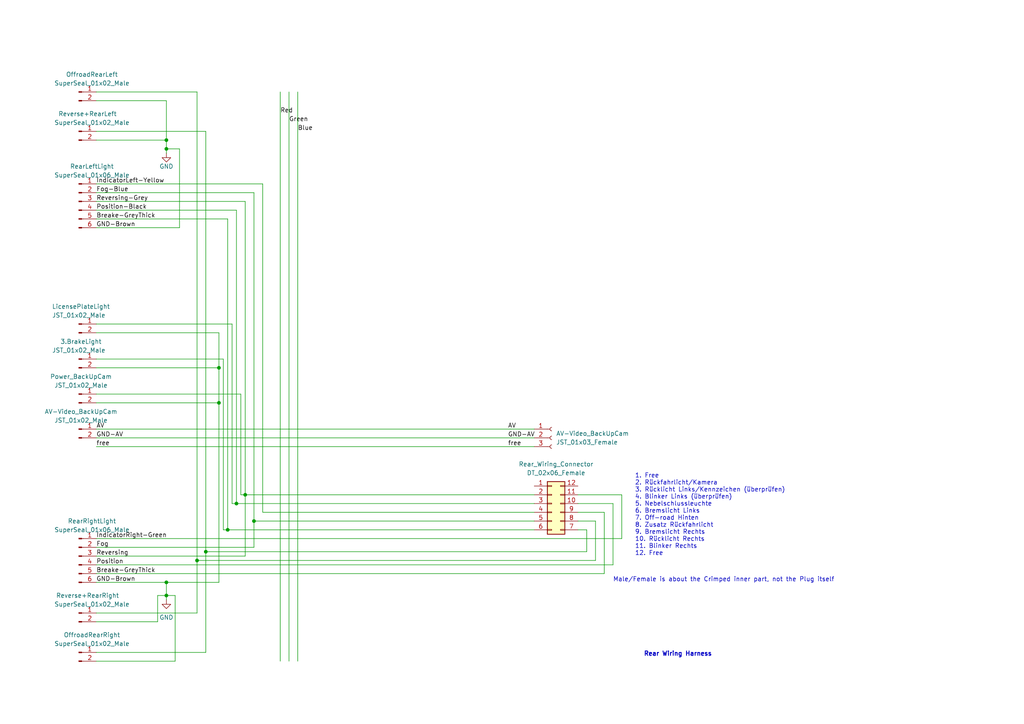
<source format=kicad_sch>
(kicad_sch
	(version 20250114)
	(generator "eeschema")
	(generator_version "9.0")
	(uuid "fb5c3fc8-0716-4f8d-bffb-d0702b025ae2")
	(paper "A4")
	(lib_symbols
		(symbol "Connector:Conn_01x02_Male"
			(pin_names
				(offset 1.016)
				(hide yes)
			)
			(exclude_from_sim no)
			(in_bom yes)
			(on_board yes)
			(property "Reference" "J"
				(at 0 2.54 0)
				(effects
					(font
						(size 1.27 1.27)
					)
				)
			)
			(property "Value" "Conn_01x02_Male"
				(at 0 -5.08 0)
				(effects
					(font
						(size 1.27 1.27)
					)
				)
			)
			(property "Footprint" ""
				(at 0 0 0)
				(effects
					(font
						(size 1.27 1.27)
					)
					(hide yes)
				)
			)
			(property "Datasheet" "~"
				(at 0 0 0)
				(effects
					(font
						(size 1.27 1.27)
					)
					(hide yes)
				)
			)
			(property "Description" "Generic connector, single row, 01x02, script generated (kicad-library-utils/schlib/autogen/connector/)"
				(at 0 0 0)
				(effects
					(font
						(size 1.27 1.27)
					)
					(hide yes)
				)
			)
			(property "ki_keywords" "connector"
				(at 0 0 0)
				(effects
					(font
						(size 1.27 1.27)
					)
					(hide yes)
				)
			)
			(property "ki_fp_filters" "Connector*:*_1x??_*"
				(at 0 0 0)
				(effects
					(font
						(size 1.27 1.27)
					)
					(hide yes)
				)
			)
			(symbol "Conn_01x02_Male_1_1"
				(rectangle
					(start 0.8636 0.127)
					(end 0 -0.127)
					(stroke
						(width 0.1524)
						(type default)
					)
					(fill
						(type outline)
					)
				)
				(rectangle
					(start 0.8636 -2.413)
					(end 0 -2.667)
					(stroke
						(width 0.1524)
						(type default)
					)
					(fill
						(type outline)
					)
				)
				(polyline
					(pts
						(xy 1.27 0) (xy 0.8636 0)
					)
					(stroke
						(width 0.1524)
						(type default)
					)
					(fill
						(type none)
					)
				)
				(polyline
					(pts
						(xy 1.27 -2.54) (xy 0.8636 -2.54)
					)
					(stroke
						(width 0.1524)
						(type default)
					)
					(fill
						(type none)
					)
				)
				(pin passive line
					(at 5.08 0 180)
					(length 3.81)
					(name "Pin_1"
						(effects
							(font
								(size 1.27 1.27)
							)
						)
					)
					(number "1"
						(effects
							(font
								(size 1.27 1.27)
							)
						)
					)
				)
				(pin passive line
					(at 5.08 -2.54 180)
					(length 3.81)
					(name "Pin_2"
						(effects
							(font
								(size 1.27 1.27)
							)
						)
					)
					(number "2"
						(effects
							(font
								(size 1.27 1.27)
							)
						)
					)
				)
			)
			(embedded_fonts no)
		)
		(symbol "Connector:Conn_01x03_Female"
			(pin_names
				(offset 1.016)
				(hide yes)
			)
			(exclude_from_sim no)
			(in_bom yes)
			(on_board yes)
			(property "Reference" "J"
				(at 0 5.08 0)
				(effects
					(font
						(size 1.27 1.27)
					)
				)
			)
			(property "Value" "Conn_01x03_Female"
				(at 0 -5.08 0)
				(effects
					(font
						(size 1.27 1.27)
					)
				)
			)
			(property "Footprint" ""
				(at 0 0 0)
				(effects
					(font
						(size 1.27 1.27)
					)
					(hide yes)
				)
			)
			(property "Datasheet" "~"
				(at 0 0 0)
				(effects
					(font
						(size 1.27 1.27)
					)
					(hide yes)
				)
			)
			(property "Description" "Generic connector, single row, 01x03, script generated (kicad-library-utils/schlib/autogen/connector/)"
				(at 0 0 0)
				(effects
					(font
						(size 1.27 1.27)
					)
					(hide yes)
				)
			)
			(property "ki_keywords" "connector"
				(at 0 0 0)
				(effects
					(font
						(size 1.27 1.27)
					)
					(hide yes)
				)
			)
			(property "ki_fp_filters" "Connector*:*_1x??_*"
				(at 0 0 0)
				(effects
					(font
						(size 1.27 1.27)
					)
					(hide yes)
				)
			)
			(symbol "Conn_01x03_Female_1_1"
				(polyline
					(pts
						(xy -1.27 2.54) (xy -0.508 2.54)
					)
					(stroke
						(width 0.1524)
						(type default)
					)
					(fill
						(type none)
					)
				)
				(polyline
					(pts
						(xy -1.27 0) (xy -0.508 0)
					)
					(stroke
						(width 0.1524)
						(type default)
					)
					(fill
						(type none)
					)
				)
				(polyline
					(pts
						(xy -1.27 -2.54) (xy -0.508 -2.54)
					)
					(stroke
						(width 0.1524)
						(type default)
					)
					(fill
						(type none)
					)
				)
				(arc
					(start 0 2.032)
					(mid -0.5058 2.54)
					(end 0 3.048)
					(stroke
						(width 0.1524)
						(type default)
					)
					(fill
						(type none)
					)
				)
				(arc
					(start 0 -0.508)
					(mid -0.5058 0)
					(end 0 0.508)
					(stroke
						(width 0.1524)
						(type default)
					)
					(fill
						(type none)
					)
				)
				(arc
					(start 0 -3.048)
					(mid -0.5058 -2.54)
					(end 0 -2.032)
					(stroke
						(width 0.1524)
						(type default)
					)
					(fill
						(type none)
					)
				)
				(pin passive line
					(at -5.08 2.54 0)
					(length 3.81)
					(name "Pin_1"
						(effects
							(font
								(size 1.27 1.27)
							)
						)
					)
					(number "1"
						(effects
							(font
								(size 1.27 1.27)
							)
						)
					)
				)
				(pin passive line
					(at -5.08 0 0)
					(length 3.81)
					(name "Pin_2"
						(effects
							(font
								(size 1.27 1.27)
							)
						)
					)
					(number "2"
						(effects
							(font
								(size 1.27 1.27)
							)
						)
					)
				)
				(pin passive line
					(at -5.08 -2.54 0)
					(length 3.81)
					(name "Pin_3"
						(effects
							(font
								(size 1.27 1.27)
							)
						)
					)
					(number "3"
						(effects
							(font
								(size 1.27 1.27)
							)
						)
					)
				)
			)
			(embedded_fonts no)
		)
		(symbol "Connector:Conn_01x06_Male"
			(pin_names
				(offset 1.016)
				(hide yes)
			)
			(exclude_from_sim no)
			(in_bom yes)
			(on_board yes)
			(property "Reference" "J"
				(at 0 7.62 0)
				(effects
					(font
						(size 1.27 1.27)
					)
				)
			)
			(property "Value" "Conn_01x06_Male"
				(at 0 -10.16 0)
				(effects
					(font
						(size 1.27 1.27)
					)
				)
			)
			(property "Footprint" ""
				(at 0 0 0)
				(effects
					(font
						(size 1.27 1.27)
					)
					(hide yes)
				)
			)
			(property "Datasheet" "~"
				(at 0 0 0)
				(effects
					(font
						(size 1.27 1.27)
					)
					(hide yes)
				)
			)
			(property "Description" "Generic connector, single row, 01x06, script generated (kicad-library-utils/schlib/autogen/connector/)"
				(at 0 0 0)
				(effects
					(font
						(size 1.27 1.27)
					)
					(hide yes)
				)
			)
			(property "ki_keywords" "connector"
				(at 0 0 0)
				(effects
					(font
						(size 1.27 1.27)
					)
					(hide yes)
				)
			)
			(property "ki_fp_filters" "Connector*:*_1x??_*"
				(at 0 0 0)
				(effects
					(font
						(size 1.27 1.27)
					)
					(hide yes)
				)
			)
			(symbol "Conn_01x06_Male_1_1"
				(rectangle
					(start 0.8636 5.207)
					(end 0 4.953)
					(stroke
						(width 0.1524)
						(type default)
					)
					(fill
						(type outline)
					)
				)
				(rectangle
					(start 0.8636 2.667)
					(end 0 2.413)
					(stroke
						(width 0.1524)
						(type default)
					)
					(fill
						(type outline)
					)
				)
				(rectangle
					(start 0.8636 0.127)
					(end 0 -0.127)
					(stroke
						(width 0.1524)
						(type default)
					)
					(fill
						(type outline)
					)
				)
				(rectangle
					(start 0.8636 -2.413)
					(end 0 -2.667)
					(stroke
						(width 0.1524)
						(type default)
					)
					(fill
						(type outline)
					)
				)
				(rectangle
					(start 0.8636 -4.953)
					(end 0 -5.207)
					(stroke
						(width 0.1524)
						(type default)
					)
					(fill
						(type outline)
					)
				)
				(rectangle
					(start 0.8636 -7.493)
					(end 0 -7.747)
					(stroke
						(width 0.1524)
						(type default)
					)
					(fill
						(type outline)
					)
				)
				(polyline
					(pts
						(xy 1.27 5.08) (xy 0.8636 5.08)
					)
					(stroke
						(width 0.1524)
						(type default)
					)
					(fill
						(type none)
					)
				)
				(polyline
					(pts
						(xy 1.27 2.54) (xy 0.8636 2.54)
					)
					(stroke
						(width 0.1524)
						(type default)
					)
					(fill
						(type none)
					)
				)
				(polyline
					(pts
						(xy 1.27 0) (xy 0.8636 0)
					)
					(stroke
						(width 0.1524)
						(type default)
					)
					(fill
						(type none)
					)
				)
				(polyline
					(pts
						(xy 1.27 -2.54) (xy 0.8636 -2.54)
					)
					(stroke
						(width 0.1524)
						(type default)
					)
					(fill
						(type none)
					)
				)
				(polyline
					(pts
						(xy 1.27 -5.08) (xy 0.8636 -5.08)
					)
					(stroke
						(width 0.1524)
						(type default)
					)
					(fill
						(type none)
					)
				)
				(polyline
					(pts
						(xy 1.27 -7.62) (xy 0.8636 -7.62)
					)
					(stroke
						(width 0.1524)
						(type default)
					)
					(fill
						(type none)
					)
				)
				(pin passive line
					(at 5.08 5.08 180)
					(length 3.81)
					(name "Pin_1"
						(effects
							(font
								(size 1.27 1.27)
							)
						)
					)
					(number "1"
						(effects
							(font
								(size 1.27 1.27)
							)
						)
					)
				)
				(pin passive line
					(at 5.08 2.54 180)
					(length 3.81)
					(name "Pin_2"
						(effects
							(font
								(size 1.27 1.27)
							)
						)
					)
					(number "2"
						(effects
							(font
								(size 1.27 1.27)
							)
						)
					)
				)
				(pin passive line
					(at 5.08 0 180)
					(length 3.81)
					(name "Pin_3"
						(effects
							(font
								(size 1.27 1.27)
							)
						)
					)
					(number "3"
						(effects
							(font
								(size 1.27 1.27)
							)
						)
					)
				)
				(pin passive line
					(at 5.08 -2.54 180)
					(length 3.81)
					(name "Pin_4"
						(effects
							(font
								(size 1.27 1.27)
							)
						)
					)
					(number "4"
						(effects
							(font
								(size 1.27 1.27)
							)
						)
					)
				)
				(pin passive line
					(at 5.08 -5.08 180)
					(length 3.81)
					(name "Pin_5"
						(effects
							(font
								(size 1.27 1.27)
							)
						)
					)
					(number "5"
						(effects
							(font
								(size 1.27 1.27)
							)
						)
					)
				)
				(pin passive line
					(at 5.08 -7.62 180)
					(length 3.81)
					(name "Pin_6"
						(effects
							(font
								(size 1.27 1.27)
							)
						)
					)
					(number "6"
						(effects
							(font
								(size 1.27 1.27)
							)
						)
					)
				)
			)
			(embedded_fonts no)
		)
		(symbol "Connector_Generic:Conn_02x06_Counter_Clockwise"
			(pin_names
				(offset 1.016)
				(hide yes)
			)
			(exclude_from_sim no)
			(in_bom yes)
			(on_board yes)
			(property "Reference" "J"
				(at 1.27 7.62 0)
				(effects
					(font
						(size 1.27 1.27)
					)
				)
			)
			(property "Value" "Conn_02x06_Counter_Clockwise"
				(at 1.27 -10.16 0)
				(effects
					(font
						(size 1.27 1.27)
					)
				)
			)
			(property "Footprint" ""
				(at 0 0 0)
				(effects
					(font
						(size 1.27 1.27)
					)
					(hide yes)
				)
			)
			(property "Datasheet" "~"
				(at 0 0 0)
				(effects
					(font
						(size 1.27 1.27)
					)
					(hide yes)
				)
			)
			(property "Description" "Generic connector, double row, 02x06, counter clockwise pin numbering scheme (similar to DIP packge numbering), script generated (kicad-library-utils/schlib/autogen/connector/)"
				(at 0 0 0)
				(effects
					(font
						(size 1.27 1.27)
					)
					(hide yes)
				)
			)
			(property "ki_keywords" "connector"
				(at 0 0 0)
				(effects
					(font
						(size 1.27 1.27)
					)
					(hide yes)
				)
			)
			(property "ki_fp_filters" "Connector*:*_2x??_*"
				(at 0 0 0)
				(effects
					(font
						(size 1.27 1.27)
					)
					(hide yes)
				)
			)
			(symbol "Conn_02x06_Counter_Clockwise_1_1"
				(rectangle
					(start -1.27 6.35)
					(end 3.81 -8.89)
					(stroke
						(width 0.254)
						(type default)
					)
					(fill
						(type background)
					)
				)
				(rectangle
					(start -1.27 5.207)
					(end 0 4.953)
					(stroke
						(width 0.1524)
						(type default)
					)
					(fill
						(type none)
					)
				)
				(rectangle
					(start -1.27 2.667)
					(end 0 2.413)
					(stroke
						(width 0.1524)
						(type default)
					)
					(fill
						(type none)
					)
				)
				(rectangle
					(start -1.27 0.127)
					(end 0 -0.127)
					(stroke
						(width 0.1524)
						(type default)
					)
					(fill
						(type none)
					)
				)
				(rectangle
					(start -1.27 -2.413)
					(end 0 -2.667)
					(stroke
						(width 0.1524)
						(type default)
					)
					(fill
						(type none)
					)
				)
				(rectangle
					(start -1.27 -4.953)
					(end 0 -5.207)
					(stroke
						(width 0.1524)
						(type default)
					)
					(fill
						(type none)
					)
				)
				(rectangle
					(start -1.27 -7.493)
					(end 0 -7.747)
					(stroke
						(width 0.1524)
						(type default)
					)
					(fill
						(type none)
					)
				)
				(rectangle
					(start 3.81 5.207)
					(end 2.54 4.953)
					(stroke
						(width 0.1524)
						(type default)
					)
					(fill
						(type none)
					)
				)
				(rectangle
					(start 3.81 2.667)
					(end 2.54 2.413)
					(stroke
						(width 0.1524)
						(type default)
					)
					(fill
						(type none)
					)
				)
				(rectangle
					(start 3.81 0.127)
					(end 2.54 -0.127)
					(stroke
						(width 0.1524)
						(type default)
					)
					(fill
						(type none)
					)
				)
				(rectangle
					(start 3.81 -2.413)
					(end 2.54 -2.667)
					(stroke
						(width 0.1524)
						(type default)
					)
					(fill
						(type none)
					)
				)
				(rectangle
					(start 3.81 -4.953)
					(end 2.54 -5.207)
					(stroke
						(width 0.1524)
						(type default)
					)
					(fill
						(type none)
					)
				)
				(rectangle
					(start 3.81 -7.493)
					(end 2.54 -7.747)
					(stroke
						(width 0.1524)
						(type default)
					)
					(fill
						(type none)
					)
				)
				(pin passive line
					(at -5.08 5.08 0)
					(length 3.81)
					(name "Pin_1"
						(effects
							(font
								(size 1.27 1.27)
							)
						)
					)
					(number "1"
						(effects
							(font
								(size 1.27 1.27)
							)
						)
					)
				)
				(pin passive line
					(at -5.08 2.54 0)
					(length 3.81)
					(name "Pin_2"
						(effects
							(font
								(size 1.27 1.27)
							)
						)
					)
					(number "2"
						(effects
							(font
								(size 1.27 1.27)
							)
						)
					)
				)
				(pin passive line
					(at -5.08 0 0)
					(length 3.81)
					(name "Pin_3"
						(effects
							(font
								(size 1.27 1.27)
							)
						)
					)
					(number "3"
						(effects
							(font
								(size 1.27 1.27)
							)
						)
					)
				)
				(pin passive line
					(at -5.08 -2.54 0)
					(length 3.81)
					(name "Pin_4"
						(effects
							(font
								(size 1.27 1.27)
							)
						)
					)
					(number "4"
						(effects
							(font
								(size 1.27 1.27)
							)
						)
					)
				)
				(pin passive line
					(at -5.08 -5.08 0)
					(length 3.81)
					(name "Pin_5"
						(effects
							(font
								(size 1.27 1.27)
							)
						)
					)
					(number "5"
						(effects
							(font
								(size 1.27 1.27)
							)
						)
					)
				)
				(pin passive line
					(at -5.08 -7.62 0)
					(length 3.81)
					(name "Pin_6"
						(effects
							(font
								(size 1.27 1.27)
							)
						)
					)
					(number "6"
						(effects
							(font
								(size 1.27 1.27)
							)
						)
					)
				)
				(pin passive line
					(at 7.62 5.08 180)
					(length 3.81)
					(name "Pin_12"
						(effects
							(font
								(size 1.27 1.27)
							)
						)
					)
					(number "12"
						(effects
							(font
								(size 1.27 1.27)
							)
						)
					)
				)
				(pin passive line
					(at 7.62 2.54 180)
					(length 3.81)
					(name "Pin_11"
						(effects
							(font
								(size 1.27 1.27)
							)
						)
					)
					(number "11"
						(effects
							(font
								(size 1.27 1.27)
							)
						)
					)
				)
				(pin passive line
					(at 7.62 0 180)
					(length 3.81)
					(name "Pin_10"
						(effects
							(font
								(size 1.27 1.27)
							)
						)
					)
					(number "10"
						(effects
							(font
								(size 1.27 1.27)
							)
						)
					)
				)
				(pin passive line
					(at 7.62 -2.54 180)
					(length 3.81)
					(name "Pin_9"
						(effects
							(font
								(size 1.27 1.27)
							)
						)
					)
					(number "9"
						(effects
							(font
								(size 1.27 1.27)
							)
						)
					)
				)
				(pin passive line
					(at 7.62 -5.08 180)
					(length 3.81)
					(name "Pin_8"
						(effects
							(font
								(size 1.27 1.27)
							)
						)
					)
					(number "8"
						(effects
							(font
								(size 1.27 1.27)
							)
						)
					)
				)
				(pin passive line
					(at 7.62 -7.62 180)
					(length 3.81)
					(name "Pin_7"
						(effects
							(font
								(size 1.27 1.27)
							)
						)
					)
					(number "7"
						(effects
							(font
								(size 1.27 1.27)
							)
						)
					)
				)
			)
			(embedded_fonts no)
		)
		(symbol "power:GND"
			(power)
			(pin_names
				(offset 0)
			)
			(exclude_from_sim no)
			(in_bom yes)
			(on_board yes)
			(property "Reference" "#PWR"
				(at 0 -6.35 0)
				(effects
					(font
						(size 1.27 1.27)
					)
					(hide yes)
				)
			)
			(property "Value" "GND"
				(at 0 -3.81 0)
				(effects
					(font
						(size 1.27 1.27)
					)
				)
			)
			(property "Footprint" ""
				(at 0 0 0)
				(effects
					(font
						(size 1.27 1.27)
					)
					(hide yes)
				)
			)
			(property "Datasheet" ""
				(at 0 0 0)
				(effects
					(font
						(size 1.27 1.27)
					)
					(hide yes)
				)
			)
			(property "Description" "Power symbol creates a global label with name \"GND\" , ground"
				(at 0 0 0)
				(effects
					(font
						(size 1.27 1.27)
					)
					(hide yes)
				)
			)
			(property "ki_keywords" "power-flag"
				(at 0 0 0)
				(effects
					(font
						(size 1.27 1.27)
					)
					(hide yes)
				)
			)
			(symbol "GND_0_1"
				(polyline
					(pts
						(xy 0 0) (xy 0 -1.27) (xy 1.27 -1.27) (xy 0 -2.54) (xy -1.27 -1.27) (xy 0 -1.27)
					)
					(stroke
						(width 0)
						(type default)
					)
					(fill
						(type none)
					)
				)
			)
			(symbol "GND_1_1"
				(pin power_in line
					(at 0 0 270)
					(length 0)
					(hide yes)
					(name "GND"
						(effects
							(font
								(size 1.27 1.27)
							)
						)
					)
					(number "1"
						(effects
							(font
								(size 1.27 1.27)
							)
						)
					)
				)
			)
			(embedded_fonts no)
		)
	)
	(text "Male/Female is about the Crimped inner part, not the Plug itself"
		(exclude_from_sim no)
		(at 177.8 168.91 0)
		(effects
			(font
				(size 1.27 1.27)
			)
			(justify left bottom)
		)
		(uuid "3e67ffe3-ee37-48af-8a30-155fdf56275c")
	)
	(text "1. Free\n2. Rückfahrlicht/Kamera\n3. Rücklicht Links/Kennzeichen (überprüfen)\n4. Blinker Links (überprüfen)\n5. Nebelschlussleuchte\n6. Bremslicht Links\n7. Off-road Hinten\n8. Zusatz Rückfahrlicht\n9. Bremslicht Rechts\n10. Rücklicht Rechts\n11. Blinker Rechts\n12. Free"
		(exclude_from_sim no)
		(at 184.15 161.29 0)
		(effects
			(font
				(size 1.27 1.27)
			)
			(justify left bottom)
		)
		(uuid "9fa1d047-bccb-4685-8dda-595c343fcb4b")
	)
	(text "Rear Wiring Harness\n"
		(exclude_from_sim no)
		(at 186.69 190.5 0)
		(effects
			(font
				(size 1.27 1.27)
				(thickness 0.254)
				(bold yes)
			)
			(justify left bottom)
		)
		(uuid "c536feb3-5b7d-4ca2-bf64-956f2c9a3cb8")
	)
	(junction
		(at 48.26 43.18)
		(diameter 0)
		(color 0 0 0 0)
		(uuid "19812eed-407b-4495-b49a-79aefd7c016e")
	)
	(junction
		(at 48.26 40.64)
		(diameter 0)
		(color 0 0 0 0)
		(uuid "2228579e-809f-4702-ada8-b2b2b17fb309")
	)
	(junction
		(at 57.15 162.56)
		(diameter 0)
		(color 0 0 0 0)
		(uuid "32596703-4343-499c-b5b8-349dffff444b")
	)
	(junction
		(at 48.26 172.72)
		(diameter 0)
		(color 0 0 0 0)
		(uuid "34ac995f-78ba-45a4-a52c-e9102afdebe7")
	)
	(junction
		(at 63.5 106.68)
		(diameter 0)
		(color 0 0 0 0)
		(uuid "3fb12974-8b0e-4781-9d6a-98b049415003")
	)
	(junction
		(at 68.58 146.05)
		(diameter 0)
		(color 0 0 0 0)
		(uuid "4ce3171f-97a0-4034-b4a7-50bb1270d81c")
	)
	(junction
		(at 63.5 116.84)
		(diameter 0)
		(color 0 0 0 0)
		(uuid "70af3db1-da39-4b5d-880e-009f66247705")
	)
	(junction
		(at 48.26 168.91)
		(diameter 0)
		(color 0 0 0 0)
		(uuid "8f5fd02d-f5e5-4a0b-ae56-6759718f1586")
	)
	(junction
		(at 66.04 153.67)
		(diameter 0)
		(color 0 0 0 0)
		(uuid "9ba83666-ff1e-49a1-9b4e-c0a1c72c248a")
	)
	(junction
		(at 73.66 151.13)
		(diameter 0)
		(color 0 0 0 0)
		(uuid "a839883c-1cc6-42fd-a2e3-ce0377e415c3")
	)
	(junction
		(at 71.12 143.51)
		(diameter 0)
		(color 0 0 0 0)
		(uuid "ae06079d-9095-426e-81bc-539ae35354af")
	)
	(junction
		(at 59.69 160.02)
		(diameter 0)
		(color 0 0 0 0)
		(uuid "d2332004-041e-4109-a688-cf07d03c695b")
	)
	(wire
		(pts
			(xy 27.94 58.42) (xy 71.12 58.42)
		)
		(stroke
			(width 0)
			(type default)
		)
		(uuid "0d6bc837-3317-4865-9704-dcac3ab7cbbc")
	)
	(wire
		(pts
			(xy 68.58 60.96) (xy 68.58 146.05)
		)
		(stroke
			(width 0)
			(type default)
		)
		(uuid "0f894196-5c4c-44e0-b523-f2b216c0e415")
	)
	(wire
		(pts
			(xy 71.12 58.42) (xy 71.12 143.51)
		)
		(stroke
			(width 0)
			(type default)
		)
		(uuid "13fa3df1-f8e3-41e5-b8fc-dd2960bde7c8")
	)
	(wire
		(pts
			(xy 27.94 116.84) (xy 63.5 116.84)
		)
		(stroke
			(width 0)
			(type default)
		)
		(uuid "149a242c-287b-455d-8f38-24e3376da69b")
	)
	(wire
		(pts
			(xy 27.94 189.23) (xy 59.69 189.23)
		)
		(stroke
			(width 0)
			(type default)
		)
		(uuid "16d27816-b39f-469a-88ed-bb62e5d9379b")
	)
	(wire
		(pts
			(xy 27.94 180.34) (xy 45.72 180.34)
		)
		(stroke
			(width 0)
			(type default)
		)
		(uuid "17fa5b73-ade0-4676-a41a-a3afb427649a")
	)
	(wire
		(pts
			(xy 27.94 114.3) (xy 69.85 114.3)
		)
		(stroke
			(width 0)
			(type default)
		)
		(uuid "18d39e90-ae8c-4a03-ac5b-5393eeeff947")
	)
	(wire
		(pts
			(xy 27.94 53.34) (xy 76.2 53.34)
		)
		(stroke
			(width 0)
			(type default)
		)
		(uuid "1a7067a4-c060-4a96-80a5-8be5b81dbac7")
	)
	(wire
		(pts
			(xy 180.34 156.21) (xy 180.34 143.51)
		)
		(stroke
			(width 0)
			(type default)
		)
		(uuid "1f5a25ac-2b41-4b52-9ae4-0184bdb169e5")
	)
	(wire
		(pts
			(xy 50.8 191.77) (xy 50.8 172.72)
		)
		(stroke
			(width 0)
			(type default)
		)
		(uuid "2211f55d-b631-48c1-8511-c6b7d3e7ed27")
	)
	(wire
		(pts
			(xy 27.94 166.37) (xy 175.26 166.37)
		)
		(stroke
			(width 0)
			(type default)
		)
		(uuid "242bfe66-358d-4776-8c14-4f9513ea3980")
	)
	(wire
		(pts
			(xy 69.85 114.3) (xy 69.85 143.51)
		)
		(stroke
			(width 0)
			(type default)
		)
		(uuid "250d727c-511c-4905-9bed-06f4efdc706d")
	)
	(wire
		(pts
			(xy 63.5 116.84) (xy 63.5 168.91)
		)
		(stroke
			(width 0)
			(type default)
		)
		(uuid "26c38955-80a2-456f-8ae0-a5ec0517a6e9")
	)
	(wire
		(pts
			(xy 27.94 156.21) (xy 180.34 156.21)
		)
		(stroke
			(width 0)
			(type default)
		)
		(uuid "28762849-f1d2-475c-aca3-c17260b4f743")
	)
	(wire
		(pts
			(xy 59.69 189.23) (xy 59.69 160.02)
		)
		(stroke
			(width 0)
			(type default)
		)
		(uuid "2a6a0bc3-e858-4c37-a873-b8d5dc57b927")
	)
	(wire
		(pts
			(xy 69.85 143.51) (xy 71.12 143.51)
		)
		(stroke
			(width 0)
			(type default)
		)
		(uuid "324be6c6-1d9c-49cf-9d5c-9ef3a772556d")
	)
	(wire
		(pts
			(xy 83.82 26.67) (xy 83.82 191.77)
		)
		(stroke
			(width 0)
			(type default)
		)
		(uuid "331e6ea5-d498-4fdc-9a65-ba1c9566f641")
	)
	(wire
		(pts
			(xy 71.12 161.29) (xy 27.94 161.29)
		)
		(stroke
			(width 0)
			(type default)
		)
		(uuid "338a15b7-86f2-44a9-b900-23b298bb0cd7")
	)
	(wire
		(pts
			(xy 63.5 168.91) (xy 48.26 168.91)
		)
		(stroke
			(width 0)
			(type default)
		)
		(uuid "3cc5d987-0d21-4cf2-9c42-a4ff063b541c")
	)
	(wire
		(pts
			(xy 63.5 106.68) (xy 63.5 116.84)
		)
		(stroke
			(width 0)
			(type default)
		)
		(uuid "3fbf6a36-ed54-4166-9240-6465055b1e86")
	)
	(wire
		(pts
			(xy 71.12 143.51) (xy 71.12 161.29)
		)
		(stroke
			(width 0)
			(type default)
		)
		(uuid "442c704f-d13b-44cc-b72a-f58145f5af59")
	)
	(wire
		(pts
			(xy 66.04 63.5) (xy 66.04 153.67)
		)
		(stroke
			(width 0)
			(type default)
		)
		(uuid "478ceaa7-88b9-4313-b0e3-88fbb1e2566e")
	)
	(wire
		(pts
			(xy 52.07 66.04) (xy 52.07 43.18)
		)
		(stroke
			(width 0)
			(type default)
		)
		(uuid "48d931e7-5afd-48c9-a1c7-f4ffdf4f8039")
	)
	(wire
		(pts
			(xy 27.94 63.5) (xy 66.04 63.5)
		)
		(stroke
			(width 0)
			(type default)
		)
		(uuid "56717b32-314f-47c8-8942-3b28a16b6572")
	)
	(wire
		(pts
			(xy 27.94 106.68) (xy 63.5 106.68)
		)
		(stroke
			(width 0)
			(type default)
		)
		(uuid "57b2bb5c-c150-44d2-a9a2-06f6031eafda")
	)
	(wire
		(pts
			(xy 48.26 173.99) (xy 48.26 172.72)
		)
		(stroke
			(width 0)
			(type default)
		)
		(uuid "58ecf33a-e8e9-4e36-a01d-3380b6af0e40")
	)
	(wire
		(pts
			(xy 27.94 55.88) (xy 73.66 55.88)
		)
		(stroke
			(width 0)
			(type default)
		)
		(uuid "5958bd71-f098-4937-bda2-ba62d6b83e2b")
	)
	(wire
		(pts
			(xy 170.18 160.02) (xy 170.18 153.67)
		)
		(stroke
			(width 0)
			(type default)
		)
		(uuid "599e3b44-b72e-43bc-84a5-2d9577fe2109")
	)
	(wire
		(pts
			(xy 76.2 53.34) (xy 76.2 148.59)
		)
		(stroke
			(width 0)
			(type default)
		)
		(uuid "5b935361-999e-4fe2-823b-824d67127b68")
	)
	(wire
		(pts
			(xy 71.12 143.51) (xy 154.94 143.51)
		)
		(stroke
			(width 0)
			(type default)
		)
		(uuid "60a1baf2-79bd-41d5-9c12-6bd5336f55d4")
	)
	(wire
		(pts
			(xy 66.04 153.67) (xy 154.94 153.67)
		)
		(stroke
			(width 0)
			(type default)
		)
		(uuid "67e4ac8e-3272-41e0-bd44-444134802c5b")
	)
	(wire
		(pts
			(xy 27.94 191.77) (xy 50.8 191.77)
		)
		(stroke
			(width 0)
			(type default)
		)
		(uuid "6993c8c4-9c17-4566-a93b-07f9b27cd2de")
	)
	(wire
		(pts
			(xy 48.26 29.21) (xy 48.26 40.64)
		)
		(stroke
			(width 0)
			(type default)
		)
		(uuid "6c9ca6e0-abb6-4581-a9a1-2b8e9b7870e3")
	)
	(wire
		(pts
			(xy 57.15 162.56) (xy 172.72 162.56)
		)
		(stroke
			(width 0)
			(type default)
		)
		(uuid "72014a54-32a2-4648-8b28-e0546609acd7")
	)
	(wire
		(pts
			(xy 64.77 104.14) (xy 64.77 153.67)
		)
		(stroke
			(width 0)
			(type default)
		)
		(uuid "7b088b77-9587-4b1a-b32e-76f1f3fa04d9")
	)
	(wire
		(pts
			(xy 27.94 38.1) (xy 59.69 38.1)
		)
		(stroke
			(width 0)
			(type default)
		)
		(uuid "7b971e6c-5994-4335-aba0-cca9600c53d0")
	)
	(wire
		(pts
			(xy 27.94 93.98) (xy 67.31 93.98)
		)
		(stroke
			(width 0)
			(type default)
		)
		(uuid "84c2b919-acdf-4284-8d56-fe5bf5a77a14")
	)
	(wire
		(pts
			(xy 86.36 26.67) (xy 86.36 191.77)
		)
		(stroke
			(width 0)
			(type default)
		)
		(uuid "8686d109-46f5-49ea-8a04-a528223b902a")
	)
	(wire
		(pts
			(xy 167.64 146.05) (xy 177.8 146.05)
		)
		(stroke
			(width 0)
			(type default)
		)
		(uuid "8ee2ae96-2e88-40a7-a6af-20b056a63bc3")
	)
	(wire
		(pts
			(xy 172.72 151.13) (xy 167.64 151.13)
		)
		(stroke
			(width 0)
			(type default)
		)
		(uuid "96b6376b-fb21-427d-90cd-026bb26c80b2")
	)
	(wire
		(pts
			(xy 27.94 124.46) (xy 154.94 124.46)
		)
		(stroke
			(width 0)
			(type default)
		)
		(uuid "984759b4-c1ae-4da0-90e8-50a6dc4eb85c")
	)
	(wire
		(pts
			(xy 48.26 43.18) (xy 48.26 44.45)
		)
		(stroke
			(width 0)
			(type default)
		)
		(uuid "98b6da9c-a45c-4319-a1a4-8bfb9a52e983")
	)
	(wire
		(pts
			(xy 59.69 160.02) (xy 170.18 160.02)
		)
		(stroke
			(width 0)
			(type default)
		)
		(uuid "99853528-ba49-4a3b-8470-12258c37b72d")
	)
	(wire
		(pts
			(xy 48.26 168.91) (xy 48.26 172.72)
		)
		(stroke
			(width 0)
			(type default)
		)
		(uuid "9ca6217b-8822-4492-b083-635344fd4b3a")
	)
	(wire
		(pts
			(xy 45.72 172.72) (xy 48.26 172.72)
		)
		(stroke
			(width 0)
			(type default)
		)
		(uuid "9dce2712-467a-470a-b625-820b69d49a32")
	)
	(wire
		(pts
			(xy 175.26 148.59) (xy 167.64 148.59)
		)
		(stroke
			(width 0)
			(type default)
		)
		(uuid "a139560e-d993-4484-910f-7339c0f0e83d")
	)
	(wire
		(pts
			(xy 177.8 146.05) (xy 177.8 163.83)
		)
		(stroke
			(width 0)
			(type default)
		)
		(uuid "a573e23d-25a5-47cb-8b2f-61762e59a5ec")
	)
	(wire
		(pts
			(xy 175.26 166.37) (xy 175.26 148.59)
		)
		(stroke
			(width 0)
			(type default)
		)
		(uuid "a6a791e3-803c-42c0-bd63-655416526c53")
	)
	(wire
		(pts
			(xy 180.34 143.51) (xy 167.64 143.51)
		)
		(stroke
			(width 0)
			(type default)
		)
		(uuid "aa4bff2e-8f81-4998-b395-373b2504d89b")
	)
	(wire
		(pts
			(xy 48.26 40.64) (xy 48.26 43.18)
		)
		(stroke
			(width 0)
			(type default)
		)
		(uuid "ab90bacf-e217-4a00-8201-3c73d649b5bb")
	)
	(wire
		(pts
			(xy 154.94 151.13) (xy 73.66 151.13)
		)
		(stroke
			(width 0)
			(type default)
		)
		(uuid "accfa1b8-1a02-40c9-b632-2c8c0a559749")
	)
	(wire
		(pts
			(xy 177.8 163.83) (xy 27.94 163.83)
		)
		(stroke
			(width 0)
			(type default)
		)
		(uuid "aeb45826-af41-4736-8557-d45e7c211653")
	)
	(wire
		(pts
			(xy 73.66 55.88) (xy 73.66 151.13)
		)
		(stroke
			(width 0)
			(type default)
		)
		(uuid "b8bda753-dd3f-4016-9005-1028d106c126")
	)
	(wire
		(pts
			(xy 27.94 177.8) (xy 57.15 177.8)
		)
		(stroke
			(width 0)
			(type default)
		)
		(uuid "bd8ff8b4-1bc3-42eb-8de7-51e7104abb32")
	)
	(wire
		(pts
			(xy 50.8 172.72) (xy 48.26 172.72)
		)
		(stroke
			(width 0)
			(type default)
		)
		(uuid "be339c85-eb69-4df3-a2c6-849b2b594c63")
	)
	(wire
		(pts
			(xy 57.15 177.8) (xy 57.15 162.56)
		)
		(stroke
			(width 0)
			(type default)
		)
		(uuid "bf326e40-1b21-4bcc-97a2-c8cdd6b18d82")
	)
	(wire
		(pts
			(xy 68.58 146.05) (xy 154.94 146.05)
		)
		(stroke
			(width 0)
			(type default)
		)
		(uuid "bf5cc22e-fcd1-4ae0-a55a-edf451444cd6")
	)
	(wire
		(pts
			(xy 76.2 148.59) (xy 154.94 148.59)
		)
		(stroke
			(width 0)
			(type default)
		)
		(uuid "bf6843b4-3259-45ee-a022-0dad2361939e")
	)
	(wire
		(pts
			(xy 45.72 180.34) (xy 45.72 172.72)
		)
		(stroke
			(width 0)
			(type default)
		)
		(uuid "bfc84f9a-f0c2-4c87-8637-141c903f8c3b")
	)
	(wire
		(pts
			(xy 27.94 96.52) (xy 63.5 96.52)
		)
		(stroke
			(width 0)
			(type default)
		)
		(uuid "c240a00c-d38e-49dd-98eb-6393ae8dad2a")
	)
	(wire
		(pts
			(xy 73.66 151.13) (xy 73.66 158.75)
		)
		(stroke
			(width 0)
			(type default)
		)
		(uuid "c3f175bf-c2c8-46fe-9f4a-192638df5542")
	)
	(wire
		(pts
			(xy 27.94 40.64) (xy 48.26 40.64)
		)
		(stroke
			(width 0)
			(type default)
		)
		(uuid "c53cc33b-10bd-4add-ab36-6d916be3d58d")
	)
	(wire
		(pts
			(xy 27.94 129.54) (xy 154.94 129.54)
		)
		(stroke
			(width 0)
			(type default)
		)
		(uuid "c876309b-ae41-4153-9f6b-c8e20a347a8c")
	)
	(wire
		(pts
			(xy 27.94 26.67) (xy 57.15 26.67)
		)
		(stroke
			(width 0)
			(type default)
		)
		(uuid "cc0e68c4-d25e-4e11-a01b-0cf4a80b362b")
	)
	(wire
		(pts
			(xy 67.31 146.05) (xy 68.58 146.05)
		)
		(stroke
			(width 0)
			(type default)
		)
		(uuid "cffa47fa-72de-4110-8573-e1041af4fa81")
	)
	(wire
		(pts
			(xy 27.94 127) (xy 154.94 127)
		)
		(stroke
			(width 0)
			(type default)
		)
		(uuid "d33b47de-3949-4b5c-9ca3-a70b0cac989d")
	)
	(wire
		(pts
			(xy 27.94 60.96) (xy 68.58 60.96)
		)
		(stroke
			(width 0)
			(type default)
		)
		(uuid "d4002c6c-7e79-4f6a-b0bc-e4ac04dc1989")
	)
	(wire
		(pts
			(xy 167.64 153.67) (xy 170.18 153.67)
		)
		(stroke
			(width 0)
			(type default)
		)
		(uuid "d7329857-c208-4fa1-ad6c-64571d64de2b")
	)
	(wire
		(pts
			(xy 67.31 93.98) (xy 67.31 146.05)
		)
		(stroke
			(width 0)
			(type default)
		)
		(uuid "dcf8fb22-6f9c-4bd6-b5ed-d2715fc61c1b")
	)
	(wire
		(pts
			(xy 81.28 26.67) (xy 81.28 191.77)
		)
		(stroke
			(width 0)
			(type default)
		)
		(uuid "dd8146c1-31f8-436b-88f5-6d1184664834")
	)
	(wire
		(pts
			(xy 57.15 26.67) (xy 57.15 162.56)
		)
		(stroke
			(width 0)
			(type default)
		)
		(uuid "de599873-1090-4dca-9cc9-bde1d96db4eb")
	)
	(wire
		(pts
			(xy 27.94 104.14) (xy 64.77 104.14)
		)
		(stroke
			(width 0)
			(type default)
		)
		(uuid "e6d138cb-b07e-49df-8d68-9a485cf973be")
	)
	(wire
		(pts
			(xy 63.5 96.52) (xy 63.5 106.68)
		)
		(stroke
			(width 0)
			(type default)
		)
		(uuid "ee018f9d-f4bb-4283-b2c8-3694dc2608ba")
	)
	(wire
		(pts
			(xy 48.26 168.91) (xy 27.94 168.91)
		)
		(stroke
			(width 0)
			(type default)
		)
		(uuid "f06c3191-d2d8-4b3c-a4e4-5257de80850e")
	)
	(wire
		(pts
			(xy 59.69 38.1) (xy 59.69 160.02)
		)
		(stroke
			(width 0)
			(type default)
		)
		(uuid "f18b3401-ebae-4836-b395-7dd9f9f8938c")
	)
	(wire
		(pts
			(xy 27.94 66.04) (xy 52.07 66.04)
		)
		(stroke
			(width 0)
			(type default)
		)
		(uuid "f280a2d6-d9b6-45b2-a5f3-b80053ab6d29")
	)
	(wire
		(pts
			(xy 27.94 29.21) (xy 48.26 29.21)
		)
		(stroke
			(width 0)
			(type default)
		)
		(uuid "f2820462-27c1-4558-87cd-4800040e9d04")
	)
	(wire
		(pts
			(xy 73.66 158.75) (xy 27.94 158.75)
		)
		(stroke
			(width 0)
			(type default)
		)
		(uuid "f29bcd8f-a2ae-4f27-99be-9416b6dc3ea2")
	)
	(wire
		(pts
			(xy 172.72 162.56) (xy 172.72 151.13)
		)
		(stroke
			(width 0)
			(type default)
		)
		(uuid "f2a64d46-09bd-4d8c-afba-572d1477410e")
	)
	(wire
		(pts
			(xy 64.77 153.67) (xy 66.04 153.67)
		)
		(stroke
			(width 0)
			(type default)
		)
		(uuid "f5b0715e-6f50-4bda-a7c3-54e570e9e96b")
	)
	(wire
		(pts
			(xy 52.07 43.18) (xy 48.26 43.18)
		)
		(stroke
			(width 0)
			(type default)
		)
		(uuid "f8d25198-76da-4858-9b9d-caabd511e8dc")
	)
	(label "Blue"
		(at 86.36 38.1 0)
		(effects
			(font
				(size 1.27 1.27)
			)
			(justify left bottom)
		)
		(uuid "08ce582b-496d-462f-aa4d-535842a82f85")
	)
	(label "free"
		(at 147.32 129.54 0)
		(effects
			(font
				(size 1.27 1.27)
			)
			(justify left bottom)
		)
		(uuid "1d6c1f79-b947-46a6-a452-325ccab2d6d4")
	)
	(label "free"
		(at 27.94 129.54 0)
		(effects
			(font
				(size 1.27 1.27)
			)
			(justify left bottom)
		)
		(uuid "27f06c60-89ac-4507-a95b-68d9893c8c45")
	)
	(label "GND-AV"
		(at 147.32 127 0)
		(effects
			(font
				(size 1.27 1.27)
			)
			(justify left bottom)
		)
		(uuid "404ed38d-8eac-472c-a86f-3db8500ddb9a")
	)
	(label "Reversing"
		(at 27.94 161.29 0)
		(effects
			(font
				(size 1.27 1.27)
			)
			(justify left bottom)
		)
		(uuid "4ea1a386-0799-4284-99b6-fdfa8b111a46")
	)
	(label "GND-Brown"
		(at 27.94 66.04 0)
		(effects
			(font
				(size 1.27 1.27)
			)
			(justify left bottom)
		)
		(uuid "6107e7a3-5654-46d8-a40d-3903a9cdca11")
	)
	(label "Breake-GreyThick"
		(at 27.94 166.37 0)
		(effects
			(font
				(size 1.27 1.27)
			)
			(justify left bottom)
		)
		(uuid "6459a1e9-a41e-45a6-9917-c18f2bf54bf2")
	)
	(label "IndicatorLeft-Yellow"
		(at 27.94 53.34 0)
		(effects
			(font
				(size 1.27 1.27)
			)
			(justify left bottom)
		)
		(uuid "81edba79-b9a7-40a1-8ea7-715a9edd255c")
	)
	(label "IndicatorRight-Green"
		(at 27.94 156.21 0)
		(effects
			(font
				(size 1.27 1.27)
			)
			(justify left bottom)
		)
		(uuid "88309cd3-cd79-4a01-9576-092a353bbfa1")
	)
	(label "Red"
		(at 81.28 33.02 0)
		(effects
			(font
				(size 1.27 1.27)
			)
			(justify left bottom)
		)
		(uuid "89e40cc0-0a62-4d7b-bd7a-434df3d0cac7")
	)
	(label "Breake-GreyThick"
		(at 27.94 63.5 0)
		(effects
			(font
				(size 1.27 1.27)
			)
			(justify left bottom)
		)
		(uuid "8fc5c64b-789c-4611-90c2-a755d8ca5051")
	)
	(label "Fog"
		(at 27.94 158.75 0)
		(effects
			(font
				(size 1.27 1.27)
			)
			(justify left bottom)
		)
		(uuid "a1a0133a-a7d4-4526-a484-f0b3c51e394e")
	)
	(label "Fog-Blue"
		(at 27.94 55.88 0)
		(effects
			(font
				(size 1.27 1.27)
			)
			(justify left bottom)
		)
		(uuid "a3c45efc-6c94-4a93-b2fc-60652c8bb0aa")
	)
	(label "AV"
		(at 27.94 124.46 0)
		(effects
			(font
				(size 1.27 1.27)
			)
			(justify left bottom)
		)
		(uuid "a5fe07dc-edbd-4f29-940b-6ac987cdee4e")
	)
	(label "Green"
		(at 83.82 35.56 0)
		(effects
			(font
				(size 1.27 1.27)
			)
			(justify left bottom)
		)
		(uuid "c93c13da-701c-4ea2-8c98-a8260510d425")
	)
	(label "GND-AV"
		(at 27.94 127 0)
		(effects
			(font
				(size 1.27 1.27)
			)
			(justify left bottom)
		)
		(uuid "ce21ac73-9bae-4bdd-940a-20881a14cc06")
	)
	(label "Position"
		(at 27.94 163.83 0)
		(effects
			(font
				(size 1.27 1.27)
			)
			(justify left bottom)
		)
		(uuid "d8bdc601-7062-466b-a6a8-e349ccff7208")
	)
	(label "AV"
		(at 147.32 124.46 0)
		(effects
			(font
				(size 1.27 1.27)
			)
			(justify left bottom)
		)
		(uuid "ebe134dd-3b43-4f16-a9cd-bad2bf11a345")
	)
	(label "Position-Black"
		(at 27.94 60.96 0)
		(effects
			(font
				(size 1.27 1.27)
			)
			(justify left bottom)
		)
		(uuid "f59a7198-b7c6-4242-ab93-d39c25058709")
	)
	(label "Reversing-Grey"
		(at 27.94 58.42 0)
		(effects
			(font
				(size 1.27 1.27)
			)
			(justify left bottom)
		)
		(uuid "f85fdf80-7110-4e8a-b151-06c49bd3b160")
	)
	(label "GND-Brown"
		(at 27.94 168.91 0)
		(effects
			(font
				(size 1.27 1.27)
			)
			(justify left bottom)
		)
		(uuid "fe5abae9-c32e-456b-9cc6-2cf85eacb217")
	)
	(symbol
		(lib_id "Connector:Conn_01x02_Male")
		(at 22.86 26.67 0)
		(unit 1)
		(exclude_from_sim no)
		(in_bom yes)
		(on_board yes)
		(dnp no)
		(uuid "0c373781-c00d-416e-98a6-d3faace1faec")
		(property "Reference" "OffroadRearLeft"
			(at 26.67 21.59 0)
			(effects
				(font
					(size 1.27 1.27)
				)
			)
		)
		(property "Value" "SuperSeal_01x02_Male"
			(at 26.67 24.13 0)
			(effects
				(font
					(size 1.27 1.27)
				)
			)
		)
		(property "Footprint" ""
			(at 22.86 26.67 0)
			(effects
				(font
					(size 1.27 1.27)
				)
				(hide yes)
			)
		)
		(property "Datasheet" "~"
			(at 22.86 26.67 0)
			(effects
				(font
					(size 1.27 1.27)
				)
				(hide yes)
			)
		)
		(property "Description" ""
			(at 22.86 26.67 0)
			(effects
				(font
					(size 1.27 1.27)
				)
			)
		)
		(pin "1"
			(uuid "4f4fc393-8d25-49c8-84af-bc427909fee2")
		)
		(pin "2"
			(uuid "b8e48d88-cd4d-4bc2-849d-945b6d23c579")
		)
		(instances
			(project ""
				(path "/fb5c3fc8-0716-4f8d-bffb-d0702b025ae2"
					(reference "OffroadRearLeft")
					(unit 1)
				)
			)
		)
	)
	(symbol
		(lib_id "power:GND")
		(at 48.26 173.99 0)
		(unit 1)
		(exclude_from_sim no)
		(in_bom yes)
		(on_board yes)
		(dnp no)
		(fields_autoplaced yes)
		(uuid "353a77af-8e30-42a3-b499-5f5914463a66")
		(property "Reference" "#PWR?"
			(at 48.26 180.34 0)
			(effects
				(font
					(size 1.27 1.27)
				)
				(hide yes)
			)
		)
		(property "Value" "GND"
			(at 48.26 179.07 0)
			(effects
				(font
					(size 1.27 1.27)
				)
			)
		)
		(property "Footprint" ""
			(at 48.26 173.99 0)
			(effects
				(font
					(size 1.27 1.27)
				)
				(hide yes)
			)
		)
		(property "Datasheet" ""
			(at 48.26 173.99 0)
			(effects
				(font
					(size 1.27 1.27)
				)
				(hide yes)
			)
		)
		(property "Description" ""
			(at 48.26 173.99 0)
			(effects
				(font
					(size 1.27 1.27)
				)
			)
		)
		(pin "1"
			(uuid "fbcb9274-238b-4db9-a9a0-956d5527bceb")
		)
		(instances
			(project ""
				(path "/fb5c3fc8-0716-4f8d-bffb-d0702b025ae2"
					(reference "#PWR?")
					(unit 1)
				)
			)
		)
	)
	(symbol
		(lib_id "Connector_Generic:Conn_02x06_Counter_Clockwise")
		(at 160.02 146.05 0)
		(unit 1)
		(exclude_from_sim no)
		(in_bom yes)
		(on_board yes)
		(dnp no)
		(fields_autoplaced yes)
		(uuid "523bd25c-7a27-4d75-bc05-642dc10b77a1")
		(property "Reference" "Rear_Wiring_Connector"
			(at 161.29 134.62 0)
			(effects
				(font
					(size 1.27 1.27)
				)
			)
		)
		(property "Value" "DT_02x06_Female"
			(at 161.29 137.16 0)
			(effects
				(font
					(size 1.27 1.27)
				)
			)
		)
		(property "Footprint" ""
			(at 160.02 146.05 0)
			(effects
				(font
					(size 1.27 1.27)
				)
				(hide yes)
			)
		)
		(property "Datasheet" "~"
			(at 160.02 146.05 0)
			(effects
				(font
					(size 1.27 1.27)
				)
				(hide yes)
			)
		)
		(property "Description" ""
			(at 160.02 146.05 0)
			(effects
				(font
					(size 1.27 1.27)
				)
			)
		)
		(pin "1"
			(uuid "22071131-9008-49da-8a29-196818a09cd9")
		)
		(pin "10"
			(uuid "eb0ae46c-11a7-44c3-ade0-a0c1263c7cff")
		)
		(pin "11"
			(uuid "2516f7f6-07e6-4690-81eb-2f513d1eed1e")
		)
		(pin "12"
			(uuid "9d2e9ede-4580-4f2f-8d96-9c522096d7fb")
		)
		(pin "2"
			(uuid "2504d1c9-873d-43c4-9fa3-4acfbe506470")
		)
		(pin "3"
			(uuid "5b99816d-0676-4466-abc9-9f9166908153")
		)
		(pin "4"
			(uuid "c0cfb39d-8892-407c-9b61-379765a0e011")
		)
		(pin "5"
			(uuid "d0fac204-b5f2-4727-a088-0ed1d2b04921")
		)
		(pin "6"
			(uuid "54771bdd-e4fd-4477-996a-7134bc30fa92")
		)
		(pin "7"
			(uuid "788b80f8-a415-4fba-a130-a8a6d0b2eca7")
		)
		(pin "8"
			(uuid "d6a5c573-f4e6-416f-8a61-7a527bb16d9d")
		)
		(pin "9"
			(uuid "0dc5cee0-5dcd-42fa-a071-f0205ea2d0cf")
		)
		(instances
			(project ""
				(path "/fb5c3fc8-0716-4f8d-bffb-d0702b025ae2"
					(reference "Rear_Wiring_Connector")
					(unit 1)
				)
			)
		)
	)
	(symbol
		(lib_id "Connector:Conn_01x03_Female")
		(at 160.02 127 0)
		(unit 1)
		(exclude_from_sim no)
		(in_bom yes)
		(on_board yes)
		(dnp no)
		(fields_autoplaced yes)
		(uuid "70ad4a90-b2c8-4192-8357-ec1a0baa9ea4")
		(property "Reference" "AV-Video_BackUpCam"
			(at 161.29 125.7299 0)
			(effects
				(font
					(size 1.27 1.27)
				)
				(justify left)
			)
		)
		(property "Value" "JST_01x03_Female"
			(at 161.29 128.2699 0)
			(effects
				(font
					(size 1.27 1.27)
				)
				(justify left)
			)
		)
		(property "Footprint" ""
			(at 160.02 127 0)
			(effects
				(font
					(size 1.27 1.27)
				)
				(hide yes)
			)
		)
		(property "Datasheet" "~"
			(at 160.02 127 0)
			(effects
				(font
					(size 1.27 1.27)
				)
				(hide yes)
			)
		)
		(property "Description" ""
			(at 160.02 127 0)
			(effects
				(font
					(size 1.27 1.27)
				)
			)
		)
		(pin "1"
			(uuid "3f2f4049-9f54-4c7c-b0fa-69d7203658c1")
		)
		(pin "2"
			(uuid "d02084cf-9ad0-4908-8fc3-70719597799e")
		)
		(pin "3"
			(uuid "aa8bd788-75e4-4e30-8462-ed6a80dd61d8")
		)
		(instances
			(project ""
				(path "/fb5c3fc8-0716-4f8d-bffb-d0702b025ae2"
					(reference "AV-Video_BackUpCam")
					(unit 1)
				)
			)
		)
	)
	(symbol
		(lib_id "Connector:Conn_01x02_Male")
		(at 22.86 189.23 0)
		(unit 1)
		(exclude_from_sim no)
		(in_bom yes)
		(on_board yes)
		(dnp no)
		(uuid "8c1beb5d-4004-48b8-98ab-4ee21b453f82")
		(property "Reference" "OffroadRearRight"
			(at 26.67 184.15 0)
			(effects
				(font
					(size 1.27 1.27)
				)
			)
		)
		(property "Value" "SuperSeal_01x02_Male"
			(at 26.67 186.69 0)
			(effects
				(font
					(size 1.27 1.27)
				)
			)
		)
		(property "Footprint" ""
			(at 22.86 189.23 0)
			(effects
				(font
					(size 1.27 1.27)
				)
				(hide yes)
			)
		)
		(property "Datasheet" "~"
			(at 22.86 189.23 0)
			(effects
				(font
					(size 1.27 1.27)
				)
				(hide yes)
			)
		)
		(property "Description" ""
			(at 22.86 189.23 0)
			(effects
				(font
					(size 1.27 1.27)
				)
			)
		)
		(pin "1"
			(uuid "7ecf41cc-8663-40a2-8f5a-2bd186ac32b4")
		)
		(pin "2"
			(uuid "46f2884a-7d79-4186-baf4-2835c8f5b52e")
		)
		(instances
			(project ""
				(path "/fb5c3fc8-0716-4f8d-bffb-d0702b025ae2"
					(reference "OffroadRearRight")
					(unit 1)
				)
			)
		)
	)
	(symbol
		(lib_id "Connector:Conn_01x02_Male")
		(at 22.86 177.8 0)
		(unit 1)
		(exclude_from_sim no)
		(in_bom yes)
		(on_board yes)
		(dnp no)
		(uuid "96dc224b-7a91-4082-9bcc-bf59a5c2ba64")
		(property "Reference" "Reverse+RearRight"
			(at 25.4 172.72 0)
			(effects
				(font
					(size 1.27 1.27)
				)
			)
		)
		(property "Value" "SuperSeal_01x02_Male"
			(at 26.67 175.26 0)
			(effects
				(font
					(size 1.27 1.27)
				)
			)
		)
		(property "Footprint" ""
			(at 22.86 177.8 0)
			(effects
				(font
					(size 1.27 1.27)
				)
				(hide yes)
			)
		)
		(property "Datasheet" "~"
			(at 22.86 177.8 0)
			(effects
				(font
					(size 1.27 1.27)
				)
				(hide yes)
			)
		)
		(property "Description" ""
			(at 22.86 177.8 0)
			(effects
				(font
					(size 1.27 1.27)
				)
			)
		)
		(pin "1"
			(uuid "8038a922-51d6-411a-8ab8-aa3e540ef0af")
		)
		(pin "2"
			(uuid "e805308e-760f-4f23-9d80-a4c645290db8")
		)
		(instances
			(project ""
				(path "/fb5c3fc8-0716-4f8d-bffb-d0702b025ae2"
					(reference "Reverse+RearRight")
					(unit 1)
				)
			)
		)
	)
	(symbol
		(lib_id "Connector:Conn_01x02_Male")
		(at 22.86 124.46 0)
		(unit 1)
		(exclude_from_sim no)
		(in_bom yes)
		(on_board yes)
		(dnp no)
		(fields_autoplaced yes)
		(uuid "b6aa5a5c-574a-460f-8885-5602ba4364ff")
		(property "Reference" "AV-Video_BackUpCam"
			(at 23.495 119.38 0)
			(effects
				(font
					(size 1.27 1.27)
				)
			)
		)
		(property "Value" "JST_01x02_Male"
			(at 23.495 121.92 0)
			(effects
				(font
					(size 1.27 1.27)
				)
			)
		)
		(property "Footprint" ""
			(at 22.86 124.46 0)
			(effects
				(font
					(size 1.27 1.27)
				)
				(hide yes)
			)
		)
		(property "Datasheet" "~"
			(at 22.86 124.46 0)
			(effects
				(font
					(size 1.27 1.27)
				)
				(hide yes)
			)
		)
		(property "Description" ""
			(at 22.86 124.46 0)
			(effects
				(font
					(size 1.27 1.27)
				)
			)
		)
		(pin "1"
			(uuid "89fd4255-d809-47ac-87ba-394c733288bb")
		)
		(pin "2"
			(uuid "438d2cba-b4c1-4b07-8da2-02a2da9529c0")
		)
		(instances
			(project ""
				(path "/fb5c3fc8-0716-4f8d-bffb-d0702b025ae2"
					(reference "AV-Video_BackUpCam")
					(unit 1)
				)
			)
		)
	)
	(symbol
		(lib_id "Connector:Conn_01x02_Male")
		(at 22.86 38.1 0)
		(unit 1)
		(exclude_from_sim no)
		(in_bom yes)
		(on_board yes)
		(dnp no)
		(uuid "b864255d-9b79-40ee-a8f3-db1ab0e74595")
		(property "Reference" "Reverse+RearLeft"
			(at 25.4 33.02 0)
			(effects
				(font
					(size 1.27 1.27)
				)
			)
		)
		(property "Value" "SuperSeal_01x02_Male"
			(at 26.67 35.56 0)
			(effects
				(font
					(size 1.27 1.27)
				)
			)
		)
		(property "Footprint" ""
			(at 22.86 38.1 0)
			(effects
				(font
					(size 1.27 1.27)
				)
				(hide yes)
			)
		)
		(property "Datasheet" "~"
			(at 22.86 38.1 0)
			(effects
				(font
					(size 1.27 1.27)
				)
				(hide yes)
			)
		)
		(property "Description" ""
			(at 22.86 38.1 0)
			(effects
				(font
					(size 1.27 1.27)
				)
			)
		)
		(pin "1"
			(uuid "1a6654d5-38d8-496f-abce-690604597cc5")
		)
		(pin "2"
			(uuid "040139b1-2fa1-483e-8f91-0fe62e180dcf")
		)
		(instances
			(project ""
				(path "/fb5c3fc8-0716-4f8d-bffb-d0702b025ae2"
					(reference "Reverse+RearLeft")
					(unit 1)
				)
			)
		)
	)
	(symbol
		(lib_id "Connector:Conn_01x06_Male")
		(at 22.86 58.42 0)
		(unit 1)
		(exclude_from_sim no)
		(in_bom yes)
		(on_board yes)
		(dnp no)
		(uuid "b8edf684-8e2e-4fa0-880f-493301360514")
		(property "Reference" "RearLeftLight"
			(at 26.67 48.26 0)
			(effects
				(font
					(size 1.27 1.27)
				)
			)
		)
		(property "Value" "SuperSeal_01x06_Male"
			(at 26.67 50.8 0)
			(effects
				(font
					(size 1.27 1.27)
				)
			)
		)
		(property "Footprint" ""
			(at 22.86 58.42 0)
			(effects
				(font
					(size 1.27 1.27)
				)
				(hide yes)
			)
		)
		(property "Datasheet" "~"
			(at 22.86 58.42 0)
			(effects
				(font
					(size 1.27 1.27)
				)
				(hide yes)
			)
		)
		(property "Description" ""
			(at 22.86 58.42 0)
			(effects
				(font
					(size 1.27 1.27)
				)
			)
		)
		(pin "1"
			(uuid "1afae41d-cbc2-4801-8177-3b49676fc92f")
		)
		(pin "2"
			(uuid "f229772d-a7c2-4a1e-a53b-782d87c97033")
		)
		(pin "3"
			(uuid "1f730af1-a6eb-4f82-ae21-673d9dcd5ac6")
		)
		(pin "4"
			(uuid "5eb09d33-e82a-4e14-ac69-5c8786bfb5d2")
		)
		(pin "5"
			(uuid "7769d4ef-f069-4f74-9f4f-48674da4a92b")
		)
		(pin "6"
			(uuid "6a7fab2d-e066-4e30-b0b6-fb20b023596e")
		)
		(instances
			(project ""
				(path "/fb5c3fc8-0716-4f8d-bffb-d0702b025ae2"
					(reference "RearLeftLight")
					(unit 1)
				)
			)
		)
	)
	(symbol
		(lib_id "Connector:Conn_01x06_Male")
		(at 22.86 161.29 0)
		(unit 1)
		(exclude_from_sim no)
		(in_bom yes)
		(on_board yes)
		(dnp no)
		(uuid "cffe6d33-ea28-41fc-93e0-03dc7e71f22a")
		(property "Reference" "RearRightLight"
			(at 26.67 151.13 0)
			(effects
				(font
					(size 1.27 1.27)
				)
			)
		)
		(property "Value" "SuperSeal_01x06_Male"
			(at 26.67 153.67 0)
			(effects
				(font
					(size 1.27 1.27)
				)
			)
		)
		(property "Footprint" ""
			(at 22.86 161.29 0)
			(effects
				(font
					(size 1.27 1.27)
				)
				(hide yes)
			)
		)
		(property "Datasheet" "~"
			(at 22.86 161.29 0)
			(effects
				(font
					(size 1.27 1.27)
				)
				(hide yes)
			)
		)
		(property "Description" ""
			(at 22.86 161.29 0)
			(effects
				(font
					(size 1.27 1.27)
				)
			)
		)
		(pin "1"
			(uuid "43721549-c170-404f-82b8-b87c8e94f9ec")
		)
		(pin "2"
			(uuid "963a23ff-4424-4acb-95f0-97a6cd112af9")
		)
		(pin "3"
			(uuid "17c0219b-73c5-4279-bfba-624bb5ffcd13")
		)
		(pin "4"
			(uuid "2cb9e25d-aa85-4694-8e0b-9d9203454fa4")
		)
		(pin "5"
			(uuid "8fffe587-4c39-4d50-89f2-1b9ee2e31c7e")
		)
		(pin "6"
			(uuid "833d2899-eed4-4233-bce2-57b7e9b606b6")
		)
		(instances
			(project ""
				(path "/fb5c3fc8-0716-4f8d-bffb-d0702b025ae2"
					(reference "RearRightLight")
					(unit 1)
				)
			)
		)
	)
	(symbol
		(lib_id "Connector:Conn_01x02_Male")
		(at 22.86 93.98 0)
		(unit 1)
		(exclude_from_sim no)
		(in_bom yes)
		(on_board yes)
		(dnp no)
		(uuid "d0bcf328-f4b3-41cd-a30b-c11be280fd75")
		(property "Reference" "LicensePlateLight"
			(at 23.495 88.9 0)
			(effects
				(font
					(size 1.27 1.27)
				)
			)
		)
		(property "Value" "JST_01x02_Male"
			(at 22.86 91.44 0)
			(effects
				(font
					(size 1.27 1.27)
				)
			)
		)
		(property "Footprint" ""
			(at 22.86 93.98 0)
			(effects
				(font
					(size 1.27 1.27)
				)
				(hide yes)
			)
		)
		(property "Datasheet" "~"
			(at 22.86 93.98 0)
			(effects
				(font
					(size 1.27 1.27)
				)
				(hide yes)
			)
		)
		(property "Description" ""
			(at 22.86 93.98 0)
			(effects
				(font
					(size 1.27 1.27)
				)
			)
		)
		(pin "1"
			(uuid "040d3a71-8c2e-44cc-8667-c50a385499af")
		)
		(pin "2"
			(uuid "dd83966e-76da-400c-a704-30be521b02e3")
		)
		(instances
			(project ""
				(path "/fb5c3fc8-0716-4f8d-bffb-d0702b025ae2"
					(reference "LicensePlateLight")
					(unit 1)
				)
			)
		)
	)
	(symbol
		(lib_id "Connector:Conn_01x02_Male")
		(at 22.86 104.14 0)
		(unit 1)
		(exclude_from_sim no)
		(in_bom yes)
		(on_board yes)
		(dnp no)
		(uuid "d3152bf7-eeed-4a4c-a761-288af363ee54")
		(property "Reference" "3.BrakeLight"
			(at 23.495 99.06 0)
			(effects
				(font
					(size 1.27 1.27)
				)
			)
		)
		(property "Value" "JST_01x02_Male"
			(at 22.86 101.6 0)
			(effects
				(font
					(size 1.27 1.27)
				)
			)
		)
		(property "Footprint" ""
			(at 22.86 104.14 0)
			(effects
				(font
					(size 1.27 1.27)
				)
				(hide yes)
			)
		)
		(property "Datasheet" "~"
			(at 22.86 104.14 0)
			(effects
				(font
					(size 1.27 1.27)
				)
				(hide yes)
			)
		)
		(property "Description" ""
			(at 22.86 104.14 0)
			(effects
				(font
					(size 1.27 1.27)
				)
			)
		)
		(pin "1"
			(uuid "524287d8-a019-4c5a-9894-4801b01e84bc")
		)
		(pin "2"
			(uuid "f10e5776-812f-442d-81ad-db10d0151b3d")
		)
		(instances
			(project ""
				(path "/fb5c3fc8-0716-4f8d-bffb-d0702b025ae2"
					(reference "3.BrakeLight")
					(unit 1)
				)
			)
		)
	)
	(symbol
		(lib_id "Connector:Conn_01x02_Male")
		(at 22.86 114.3 0)
		(unit 1)
		(exclude_from_sim no)
		(in_bom yes)
		(on_board yes)
		(dnp no)
		(fields_autoplaced yes)
		(uuid "e1ec518e-0cf4-4f34-b1ef-e05c5e518f55")
		(property "Reference" "Power_BackUpCam"
			(at 23.495 109.22 0)
			(effects
				(font
					(size 1.27 1.27)
				)
			)
		)
		(property "Value" "JST_01x02_Male"
			(at 23.495 111.76 0)
			(effects
				(font
					(size 1.27 1.27)
				)
			)
		)
		(property "Footprint" ""
			(at 22.86 114.3 0)
			(effects
				(font
					(size 1.27 1.27)
				)
				(hide yes)
			)
		)
		(property "Datasheet" "~"
			(at 22.86 114.3 0)
			(effects
				(font
					(size 1.27 1.27)
				)
				(hide yes)
			)
		)
		(property "Description" ""
			(at 22.86 114.3 0)
			(effects
				(font
					(size 1.27 1.27)
				)
			)
		)
		(pin "1"
			(uuid "cfb71bbf-b23c-43a8-857a-f55afeee4061")
		)
		(pin "2"
			(uuid "5264dc38-cd1d-4b36-a103-a68c34780416")
		)
		(instances
			(project ""
				(path "/fb5c3fc8-0716-4f8d-bffb-d0702b025ae2"
					(reference "Power_BackUpCam")
					(unit 1)
				)
			)
		)
	)
	(symbol
		(lib_id "power:GND")
		(at 48.26 44.45 0)
		(unit 1)
		(exclude_from_sim no)
		(in_bom yes)
		(on_board yes)
		(dnp no)
		(uuid "fdbf17b8-d9e5-4693-afa2-580693aeff51")
		(property "Reference" "#PWR?"
			(at 48.26 50.8 0)
			(effects
				(font
					(size 1.27 1.27)
				)
				(hide yes)
			)
		)
		(property "Value" "GND"
			(at 48.26 48.26 0)
			(effects
				(font
					(size 1.27 1.27)
				)
			)
		)
		(property "Footprint" ""
			(at 48.26 44.45 0)
			(effects
				(font
					(size 1.27 1.27)
				)
				(hide yes)
			)
		)
		(property "Datasheet" ""
			(at 48.26 44.45 0)
			(effects
				(font
					(size 1.27 1.27)
				)
				(hide yes)
			)
		)
		(property "Description" ""
			(at 48.26 44.45 0)
			(effects
				(font
					(size 1.27 1.27)
				)
			)
		)
		(pin "1"
			(uuid "6ff73d5c-d326-407a-a75c-1e95144ce468")
		)
		(instances
			(project ""
				(path "/fb5c3fc8-0716-4f8d-bffb-d0702b025ae2"
					(reference "#PWR?")
					(unit 1)
				)
			)
		)
	)
	(sheet
		(at 302.26 10.16)
		(size 303.53 190.5)
		(exclude_from_sim no)
		(in_bom yes)
		(on_board yes)
		(dnp no)
		(fields_autoplaced yes)
		(stroke
			(width 0.1524)
			(type solid)
		)
		(fill
			(color 0 0 0 0.0000)
		)
		(uuid "9fe9d354-c0d7-4172-b452-71395374b242")
		(property "Sheetname" "SteeringWheelHarness"
			(at 302.26 9.4484 0)
			(effects
				(font
					(size 1.27 1.27)
				)
				(justify left bottom)
			)
		)
		(property "Sheetfile" "SteeringWheelHarness.kicad_sch"
			(at 302.26 201.2446 0)
			(effects
				(font
					(size 1.27 1.27)
				)
				(justify left top)
			)
		)
		(instances
			(project "BuggyElectrical"
				(path "/fb5c3fc8-0716-4f8d-bffb-d0702b025ae2"
					(page "2")
				)
			)
		)
	)
	(sheet_instances
		(path "/"
			(page "1")
		)
	)
	(embedded_fonts no)
)

</source>
